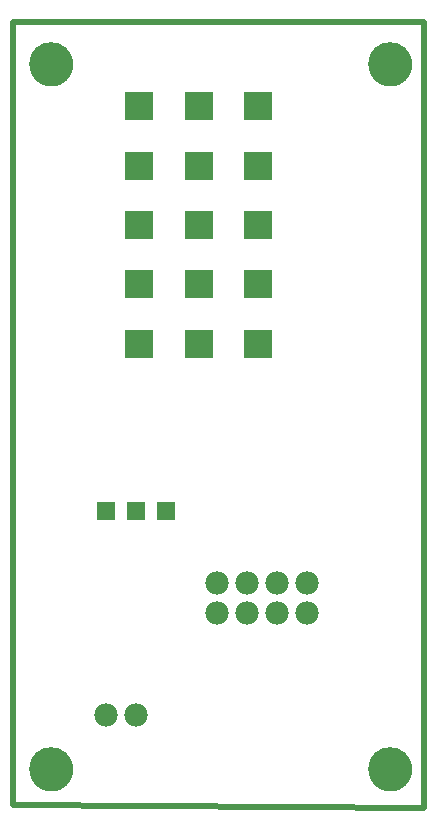
<source format=gbs>
G75*
%MOIN*%
%OFA0B0*%
%FSLAX25Y25*%
%IPPOS*%
%LPD*%
%AMOC8*
5,1,8,0,0,1.08239X$1,22.5*
%
%ADD10C,0.02000*%
%ADD11C,0.00000*%
%ADD12C,0.14573*%
%ADD13R,0.09700X0.09700*%
%ADD14C,0.07800*%
%ADD15R,0.05943X0.05943*%
D10*
X0002456Y0003000D02*
X0139456Y0002000D01*
X0139456Y0264000D01*
X0002456Y0264000D01*
X0002456Y0003000D01*
D11*
X0007869Y0015000D02*
X0007871Y0015174D01*
X0007878Y0015348D01*
X0007888Y0015521D01*
X0007903Y0015695D01*
X0007922Y0015868D01*
X0007946Y0016040D01*
X0007973Y0016212D01*
X0008005Y0016383D01*
X0008041Y0016553D01*
X0008081Y0016722D01*
X0008126Y0016890D01*
X0008174Y0017057D01*
X0008227Y0017223D01*
X0008283Y0017388D01*
X0008344Y0017551D01*
X0008408Y0017712D01*
X0008477Y0017872D01*
X0008549Y0018030D01*
X0008626Y0018186D01*
X0008706Y0018341D01*
X0008790Y0018493D01*
X0008877Y0018643D01*
X0008969Y0018792D01*
X0009063Y0018937D01*
X0009162Y0019081D01*
X0009264Y0019222D01*
X0009369Y0019360D01*
X0009478Y0019496D01*
X0009590Y0019629D01*
X0009705Y0019759D01*
X0009823Y0019887D01*
X0009945Y0020011D01*
X0010069Y0020133D01*
X0010197Y0020251D01*
X0010327Y0020366D01*
X0010460Y0020478D01*
X0010596Y0020587D01*
X0010734Y0020692D01*
X0010875Y0020794D01*
X0011019Y0020893D01*
X0011164Y0020987D01*
X0011313Y0021079D01*
X0011463Y0021166D01*
X0011615Y0021250D01*
X0011770Y0021330D01*
X0011926Y0021407D01*
X0012084Y0021479D01*
X0012244Y0021548D01*
X0012405Y0021612D01*
X0012568Y0021673D01*
X0012733Y0021729D01*
X0012899Y0021782D01*
X0013066Y0021830D01*
X0013234Y0021875D01*
X0013403Y0021915D01*
X0013573Y0021951D01*
X0013744Y0021983D01*
X0013916Y0022010D01*
X0014088Y0022034D01*
X0014261Y0022053D01*
X0014435Y0022068D01*
X0014608Y0022078D01*
X0014782Y0022085D01*
X0014956Y0022087D01*
X0015130Y0022085D01*
X0015304Y0022078D01*
X0015477Y0022068D01*
X0015651Y0022053D01*
X0015824Y0022034D01*
X0015996Y0022010D01*
X0016168Y0021983D01*
X0016339Y0021951D01*
X0016509Y0021915D01*
X0016678Y0021875D01*
X0016846Y0021830D01*
X0017013Y0021782D01*
X0017179Y0021729D01*
X0017344Y0021673D01*
X0017507Y0021612D01*
X0017668Y0021548D01*
X0017828Y0021479D01*
X0017986Y0021407D01*
X0018142Y0021330D01*
X0018297Y0021250D01*
X0018449Y0021166D01*
X0018599Y0021079D01*
X0018748Y0020987D01*
X0018893Y0020893D01*
X0019037Y0020794D01*
X0019178Y0020692D01*
X0019316Y0020587D01*
X0019452Y0020478D01*
X0019585Y0020366D01*
X0019715Y0020251D01*
X0019843Y0020133D01*
X0019967Y0020011D01*
X0020089Y0019887D01*
X0020207Y0019759D01*
X0020322Y0019629D01*
X0020434Y0019496D01*
X0020543Y0019360D01*
X0020648Y0019222D01*
X0020750Y0019081D01*
X0020849Y0018937D01*
X0020943Y0018792D01*
X0021035Y0018643D01*
X0021122Y0018493D01*
X0021206Y0018341D01*
X0021286Y0018186D01*
X0021363Y0018030D01*
X0021435Y0017872D01*
X0021504Y0017712D01*
X0021568Y0017551D01*
X0021629Y0017388D01*
X0021685Y0017223D01*
X0021738Y0017057D01*
X0021786Y0016890D01*
X0021831Y0016722D01*
X0021871Y0016553D01*
X0021907Y0016383D01*
X0021939Y0016212D01*
X0021966Y0016040D01*
X0021990Y0015868D01*
X0022009Y0015695D01*
X0022024Y0015521D01*
X0022034Y0015348D01*
X0022041Y0015174D01*
X0022043Y0015000D01*
X0022041Y0014826D01*
X0022034Y0014652D01*
X0022024Y0014479D01*
X0022009Y0014305D01*
X0021990Y0014132D01*
X0021966Y0013960D01*
X0021939Y0013788D01*
X0021907Y0013617D01*
X0021871Y0013447D01*
X0021831Y0013278D01*
X0021786Y0013110D01*
X0021738Y0012943D01*
X0021685Y0012777D01*
X0021629Y0012612D01*
X0021568Y0012449D01*
X0021504Y0012288D01*
X0021435Y0012128D01*
X0021363Y0011970D01*
X0021286Y0011814D01*
X0021206Y0011659D01*
X0021122Y0011507D01*
X0021035Y0011357D01*
X0020943Y0011208D01*
X0020849Y0011063D01*
X0020750Y0010919D01*
X0020648Y0010778D01*
X0020543Y0010640D01*
X0020434Y0010504D01*
X0020322Y0010371D01*
X0020207Y0010241D01*
X0020089Y0010113D01*
X0019967Y0009989D01*
X0019843Y0009867D01*
X0019715Y0009749D01*
X0019585Y0009634D01*
X0019452Y0009522D01*
X0019316Y0009413D01*
X0019178Y0009308D01*
X0019037Y0009206D01*
X0018893Y0009107D01*
X0018748Y0009013D01*
X0018599Y0008921D01*
X0018449Y0008834D01*
X0018297Y0008750D01*
X0018142Y0008670D01*
X0017986Y0008593D01*
X0017828Y0008521D01*
X0017668Y0008452D01*
X0017507Y0008388D01*
X0017344Y0008327D01*
X0017179Y0008271D01*
X0017013Y0008218D01*
X0016846Y0008170D01*
X0016678Y0008125D01*
X0016509Y0008085D01*
X0016339Y0008049D01*
X0016168Y0008017D01*
X0015996Y0007990D01*
X0015824Y0007966D01*
X0015651Y0007947D01*
X0015477Y0007932D01*
X0015304Y0007922D01*
X0015130Y0007915D01*
X0014956Y0007913D01*
X0014782Y0007915D01*
X0014608Y0007922D01*
X0014435Y0007932D01*
X0014261Y0007947D01*
X0014088Y0007966D01*
X0013916Y0007990D01*
X0013744Y0008017D01*
X0013573Y0008049D01*
X0013403Y0008085D01*
X0013234Y0008125D01*
X0013066Y0008170D01*
X0012899Y0008218D01*
X0012733Y0008271D01*
X0012568Y0008327D01*
X0012405Y0008388D01*
X0012244Y0008452D01*
X0012084Y0008521D01*
X0011926Y0008593D01*
X0011770Y0008670D01*
X0011615Y0008750D01*
X0011463Y0008834D01*
X0011313Y0008921D01*
X0011164Y0009013D01*
X0011019Y0009107D01*
X0010875Y0009206D01*
X0010734Y0009308D01*
X0010596Y0009413D01*
X0010460Y0009522D01*
X0010327Y0009634D01*
X0010197Y0009749D01*
X0010069Y0009867D01*
X0009945Y0009989D01*
X0009823Y0010113D01*
X0009705Y0010241D01*
X0009590Y0010371D01*
X0009478Y0010504D01*
X0009369Y0010640D01*
X0009264Y0010778D01*
X0009162Y0010919D01*
X0009063Y0011063D01*
X0008969Y0011208D01*
X0008877Y0011357D01*
X0008790Y0011507D01*
X0008706Y0011659D01*
X0008626Y0011814D01*
X0008549Y0011970D01*
X0008477Y0012128D01*
X0008408Y0012288D01*
X0008344Y0012449D01*
X0008283Y0012612D01*
X0008227Y0012777D01*
X0008174Y0012943D01*
X0008126Y0013110D01*
X0008081Y0013278D01*
X0008041Y0013447D01*
X0008005Y0013617D01*
X0007973Y0013788D01*
X0007946Y0013960D01*
X0007922Y0014132D01*
X0007903Y0014305D01*
X0007888Y0014479D01*
X0007878Y0014652D01*
X0007871Y0014826D01*
X0007869Y0015000D01*
X0120869Y0015000D02*
X0120871Y0015174D01*
X0120878Y0015348D01*
X0120888Y0015521D01*
X0120903Y0015695D01*
X0120922Y0015868D01*
X0120946Y0016040D01*
X0120973Y0016212D01*
X0121005Y0016383D01*
X0121041Y0016553D01*
X0121081Y0016722D01*
X0121126Y0016890D01*
X0121174Y0017057D01*
X0121227Y0017223D01*
X0121283Y0017388D01*
X0121344Y0017551D01*
X0121408Y0017712D01*
X0121477Y0017872D01*
X0121549Y0018030D01*
X0121626Y0018186D01*
X0121706Y0018341D01*
X0121790Y0018493D01*
X0121877Y0018643D01*
X0121969Y0018792D01*
X0122063Y0018937D01*
X0122162Y0019081D01*
X0122264Y0019222D01*
X0122369Y0019360D01*
X0122478Y0019496D01*
X0122590Y0019629D01*
X0122705Y0019759D01*
X0122823Y0019887D01*
X0122945Y0020011D01*
X0123069Y0020133D01*
X0123197Y0020251D01*
X0123327Y0020366D01*
X0123460Y0020478D01*
X0123596Y0020587D01*
X0123734Y0020692D01*
X0123875Y0020794D01*
X0124019Y0020893D01*
X0124164Y0020987D01*
X0124313Y0021079D01*
X0124463Y0021166D01*
X0124615Y0021250D01*
X0124770Y0021330D01*
X0124926Y0021407D01*
X0125084Y0021479D01*
X0125244Y0021548D01*
X0125405Y0021612D01*
X0125568Y0021673D01*
X0125733Y0021729D01*
X0125899Y0021782D01*
X0126066Y0021830D01*
X0126234Y0021875D01*
X0126403Y0021915D01*
X0126573Y0021951D01*
X0126744Y0021983D01*
X0126916Y0022010D01*
X0127088Y0022034D01*
X0127261Y0022053D01*
X0127435Y0022068D01*
X0127608Y0022078D01*
X0127782Y0022085D01*
X0127956Y0022087D01*
X0128130Y0022085D01*
X0128304Y0022078D01*
X0128477Y0022068D01*
X0128651Y0022053D01*
X0128824Y0022034D01*
X0128996Y0022010D01*
X0129168Y0021983D01*
X0129339Y0021951D01*
X0129509Y0021915D01*
X0129678Y0021875D01*
X0129846Y0021830D01*
X0130013Y0021782D01*
X0130179Y0021729D01*
X0130344Y0021673D01*
X0130507Y0021612D01*
X0130668Y0021548D01*
X0130828Y0021479D01*
X0130986Y0021407D01*
X0131142Y0021330D01*
X0131297Y0021250D01*
X0131449Y0021166D01*
X0131599Y0021079D01*
X0131748Y0020987D01*
X0131893Y0020893D01*
X0132037Y0020794D01*
X0132178Y0020692D01*
X0132316Y0020587D01*
X0132452Y0020478D01*
X0132585Y0020366D01*
X0132715Y0020251D01*
X0132843Y0020133D01*
X0132967Y0020011D01*
X0133089Y0019887D01*
X0133207Y0019759D01*
X0133322Y0019629D01*
X0133434Y0019496D01*
X0133543Y0019360D01*
X0133648Y0019222D01*
X0133750Y0019081D01*
X0133849Y0018937D01*
X0133943Y0018792D01*
X0134035Y0018643D01*
X0134122Y0018493D01*
X0134206Y0018341D01*
X0134286Y0018186D01*
X0134363Y0018030D01*
X0134435Y0017872D01*
X0134504Y0017712D01*
X0134568Y0017551D01*
X0134629Y0017388D01*
X0134685Y0017223D01*
X0134738Y0017057D01*
X0134786Y0016890D01*
X0134831Y0016722D01*
X0134871Y0016553D01*
X0134907Y0016383D01*
X0134939Y0016212D01*
X0134966Y0016040D01*
X0134990Y0015868D01*
X0135009Y0015695D01*
X0135024Y0015521D01*
X0135034Y0015348D01*
X0135041Y0015174D01*
X0135043Y0015000D01*
X0135041Y0014826D01*
X0135034Y0014652D01*
X0135024Y0014479D01*
X0135009Y0014305D01*
X0134990Y0014132D01*
X0134966Y0013960D01*
X0134939Y0013788D01*
X0134907Y0013617D01*
X0134871Y0013447D01*
X0134831Y0013278D01*
X0134786Y0013110D01*
X0134738Y0012943D01*
X0134685Y0012777D01*
X0134629Y0012612D01*
X0134568Y0012449D01*
X0134504Y0012288D01*
X0134435Y0012128D01*
X0134363Y0011970D01*
X0134286Y0011814D01*
X0134206Y0011659D01*
X0134122Y0011507D01*
X0134035Y0011357D01*
X0133943Y0011208D01*
X0133849Y0011063D01*
X0133750Y0010919D01*
X0133648Y0010778D01*
X0133543Y0010640D01*
X0133434Y0010504D01*
X0133322Y0010371D01*
X0133207Y0010241D01*
X0133089Y0010113D01*
X0132967Y0009989D01*
X0132843Y0009867D01*
X0132715Y0009749D01*
X0132585Y0009634D01*
X0132452Y0009522D01*
X0132316Y0009413D01*
X0132178Y0009308D01*
X0132037Y0009206D01*
X0131893Y0009107D01*
X0131748Y0009013D01*
X0131599Y0008921D01*
X0131449Y0008834D01*
X0131297Y0008750D01*
X0131142Y0008670D01*
X0130986Y0008593D01*
X0130828Y0008521D01*
X0130668Y0008452D01*
X0130507Y0008388D01*
X0130344Y0008327D01*
X0130179Y0008271D01*
X0130013Y0008218D01*
X0129846Y0008170D01*
X0129678Y0008125D01*
X0129509Y0008085D01*
X0129339Y0008049D01*
X0129168Y0008017D01*
X0128996Y0007990D01*
X0128824Y0007966D01*
X0128651Y0007947D01*
X0128477Y0007932D01*
X0128304Y0007922D01*
X0128130Y0007915D01*
X0127956Y0007913D01*
X0127782Y0007915D01*
X0127608Y0007922D01*
X0127435Y0007932D01*
X0127261Y0007947D01*
X0127088Y0007966D01*
X0126916Y0007990D01*
X0126744Y0008017D01*
X0126573Y0008049D01*
X0126403Y0008085D01*
X0126234Y0008125D01*
X0126066Y0008170D01*
X0125899Y0008218D01*
X0125733Y0008271D01*
X0125568Y0008327D01*
X0125405Y0008388D01*
X0125244Y0008452D01*
X0125084Y0008521D01*
X0124926Y0008593D01*
X0124770Y0008670D01*
X0124615Y0008750D01*
X0124463Y0008834D01*
X0124313Y0008921D01*
X0124164Y0009013D01*
X0124019Y0009107D01*
X0123875Y0009206D01*
X0123734Y0009308D01*
X0123596Y0009413D01*
X0123460Y0009522D01*
X0123327Y0009634D01*
X0123197Y0009749D01*
X0123069Y0009867D01*
X0122945Y0009989D01*
X0122823Y0010113D01*
X0122705Y0010241D01*
X0122590Y0010371D01*
X0122478Y0010504D01*
X0122369Y0010640D01*
X0122264Y0010778D01*
X0122162Y0010919D01*
X0122063Y0011063D01*
X0121969Y0011208D01*
X0121877Y0011357D01*
X0121790Y0011507D01*
X0121706Y0011659D01*
X0121626Y0011814D01*
X0121549Y0011970D01*
X0121477Y0012128D01*
X0121408Y0012288D01*
X0121344Y0012449D01*
X0121283Y0012612D01*
X0121227Y0012777D01*
X0121174Y0012943D01*
X0121126Y0013110D01*
X0121081Y0013278D01*
X0121041Y0013447D01*
X0121005Y0013617D01*
X0120973Y0013788D01*
X0120946Y0013960D01*
X0120922Y0014132D01*
X0120903Y0014305D01*
X0120888Y0014479D01*
X0120878Y0014652D01*
X0120871Y0014826D01*
X0120869Y0015000D01*
X0120869Y0250000D02*
X0120871Y0250174D01*
X0120878Y0250348D01*
X0120888Y0250521D01*
X0120903Y0250695D01*
X0120922Y0250868D01*
X0120946Y0251040D01*
X0120973Y0251212D01*
X0121005Y0251383D01*
X0121041Y0251553D01*
X0121081Y0251722D01*
X0121126Y0251890D01*
X0121174Y0252057D01*
X0121227Y0252223D01*
X0121283Y0252388D01*
X0121344Y0252551D01*
X0121408Y0252712D01*
X0121477Y0252872D01*
X0121549Y0253030D01*
X0121626Y0253186D01*
X0121706Y0253341D01*
X0121790Y0253493D01*
X0121877Y0253643D01*
X0121969Y0253792D01*
X0122063Y0253937D01*
X0122162Y0254081D01*
X0122264Y0254222D01*
X0122369Y0254360D01*
X0122478Y0254496D01*
X0122590Y0254629D01*
X0122705Y0254759D01*
X0122823Y0254887D01*
X0122945Y0255011D01*
X0123069Y0255133D01*
X0123197Y0255251D01*
X0123327Y0255366D01*
X0123460Y0255478D01*
X0123596Y0255587D01*
X0123734Y0255692D01*
X0123875Y0255794D01*
X0124019Y0255893D01*
X0124164Y0255987D01*
X0124313Y0256079D01*
X0124463Y0256166D01*
X0124615Y0256250D01*
X0124770Y0256330D01*
X0124926Y0256407D01*
X0125084Y0256479D01*
X0125244Y0256548D01*
X0125405Y0256612D01*
X0125568Y0256673D01*
X0125733Y0256729D01*
X0125899Y0256782D01*
X0126066Y0256830D01*
X0126234Y0256875D01*
X0126403Y0256915D01*
X0126573Y0256951D01*
X0126744Y0256983D01*
X0126916Y0257010D01*
X0127088Y0257034D01*
X0127261Y0257053D01*
X0127435Y0257068D01*
X0127608Y0257078D01*
X0127782Y0257085D01*
X0127956Y0257087D01*
X0128130Y0257085D01*
X0128304Y0257078D01*
X0128477Y0257068D01*
X0128651Y0257053D01*
X0128824Y0257034D01*
X0128996Y0257010D01*
X0129168Y0256983D01*
X0129339Y0256951D01*
X0129509Y0256915D01*
X0129678Y0256875D01*
X0129846Y0256830D01*
X0130013Y0256782D01*
X0130179Y0256729D01*
X0130344Y0256673D01*
X0130507Y0256612D01*
X0130668Y0256548D01*
X0130828Y0256479D01*
X0130986Y0256407D01*
X0131142Y0256330D01*
X0131297Y0256250D01*
X0131449Y0256166D01*
X0131599Y0256079D01*
X0131748Y0255987D01*
X0131893Y0255893D01*
X0132037Y0255794D01*
X0132178Y0255692D01*
X0132316Y0255587D01*
X0132452Y0255478D01*
X0132585Y0255366D01*
X0132715Y0255251D01*
X0132843Y0255133D01*
X0132967Y0255011D01*
X0133089Y0254887D01*
X0133207Y0254759D01*
X0133322Y0254629D01*
X0133434Y0254496D01*
X0133543Y0254360D01*
X0133648Y0254222D01*
X0133750Y0254081D01*
X0133849Y0253937D01*
X0133943Y0253792D01*
X0134035Y0253643D01*
X0134122Y0253493D01*
X0134206Y0253341D01*
X0134286Y0253186D01*
X0134363Y0253030D01*
X0134435Y0252872D01*
X0134504Y0252712D01*
X0134568Y0252551D01*
X0134629Y0252388D01*
X0134685Y0252223D01*
X0134738Y0252057D01*
X0134786Y0251890D01*
X0134831Y0251722D01*
X0134871Y0251553D01*
X0134907Y0251383D01*
X0134939Y0251212D01*
X0134966Y0251040D01*
X0134990Y0250868D01*
X0135009Y0250695D01*
X0135024Y0250521D01*
X0135034Y0250348D01*
X0135041Y0250174D01*
X0135043Y0250000D01*
X0135041Y0249826D01*
X0135034Y0249652D01*
X0135024Y0249479D01*
X0135009Y0249305D01*
X0134990Y0249132D01*
X0134966Y0248960D01*
X0134939Y0248788D01*
X0134907Y0248617D01*
X0134871Y0248447D01*
X0134831Y0248278D01*
X0134786Y0248110D01*
X0134738Y0247943D01*
X0134685Y0247777D01*
X0134629Y0247612D01*
X0134568Y0247449D01*
X0134504Y0247288D01*
X0134435Y0247128D01*
X0134363Y0246970D01*
X0134286Y0246814D01*
X0134206Y0246659D01*
X0134122Y0246507D01*
X0134035Y0246357D01*
X0133943Y0246208D01*
X0133849Y0246063D01*
X0133750Y0245919D01*
X0133648Y0245778D01*
X0133543Y0245640D01*
X0133434Y0245504D01*
X0133322Y0245371D01*
X0133207Y0245241D01*
X0133089Y0245113D01*
X0132967Y0244989D01*
X0132843Y0244867D01*
X0132715Y0244749D01*
X0132585Y0244634D01*
X0132452Y0244522D01*
X0132316Y0244413D01*
X0132178Y0244308D01*
X0132037Y0244206D01*
X0131893Y0244107D01*
X0131748Y0244013D01*
X0131599Y0243921D01*
X0131449Y0243834D01*
X0131297Y0243750D01*
X0131142Y0243670D01*
X0130986Y0243593D01*
X0130828Y0243521D01*
X0130668Y0243452D01*
X0130507Y0243388D01*
X0130344Y0243327D01*
X0130179Y0243271D01*
X0130013Y0243218D01*
X0129846Y0243170D01*
X0129678Y0243125D01*
X0129509Y0243085D01*
X0129339Y0243049D01*
X0129168Y0243017D01*
X0128996Y0242990D01*
X0128824Y0242966D01*
X0128651Y0242947D01*
X0128477Y0242932D01*
X0128304Y0242922D01*
X0128130Y0242915D01*
X0127956Y0242913D01*
X0127782Y0242915D01*
X0127608Y0242922D01*
X0127435Y0242932D01*
X0127261Y0242947D01*
X0127088Y0242966D01*
X0126916Y0242990D01*
X0126744Y0243017D01*
X0126573Y0243049D01*
X0126403Y0243085D01*
X0126234Y0243125D01*
X0126066Y0243170D01*
X0125899Y0243218D01*
X0125733Y0243271D01*
X0125568Y0243327D01*
X0125405Y0243388D01*
X0125244Y0243452D01*
X0125084Y0243521D01*
X0124926Y0243593D01*
X0124770Y0243670D01*
X0124615Y0243750D01*
X0124463Y0243834D01*
X0124313Y0243921D01*
X0124164Y0244013D01*
X0124019Y0244107D01*
X0123875Y0244206D01*
X0123734Y0244308D01*
X0123596Y0244413D01*
X0123460Y0244522D01*
X0123327Y0244634D01*
X0123197Y0244749D01*
X0123069Y0244867D01*
X0122945Y0244989D01*
X0122823Y0245113D01*
X0122705Y0245241D01*
X0122590Y0245371D01*
X0122478Y0245504D01*
X0122369Y0245640D01*
X0122264Y0245778D01*
X0122162Y0245919D01*
X0122063Y0246063D01*
X0121969Y0246208D01*
X0121877Y0246357D01*
X0121790Y0246507D01*
X0121706Y0246659D01*
X0121626Y0246814D01*
X0121549Y0246970D01*
X0121477Y0247128D01*
X0121408Y0247288D01*
X0121344Y0247449D01*
X0121283Y0247612D01*
X0121227Y0247777D01*
X0121174Y0247943D01*
X0121126Y0248110D01*
X0121081Y0248278D01*
X0121041Y0248447D01*
X0121005Y0248617D01*
X0120973Y0248788D01*
X0120946Y0248960D01*
X0120922Y0249132D01*
X0120903Y0249305D01*
X0120888Y0249479D01*
X0120878Y0249652D01*
X0120871Y0249826D01*
X0120869Y0250000D01*
X0007869Y0250000D02*
X0007871Y0250174D01*
X0007878Y0250348D01*
X0007888Y0250521D01*
X0007903Y0250695D01*
X0007922Y0250868D01*
X0007946Y0251040D01*
X0007973Y0251212D01*
X0008005Y0251383D01*
X0008041Y0251553D01*
X0008081Y0251722D01*
X0008126Y0251890D01*
X0008174Y0252057D01*
X0008227Y0252223D01*
X0008283Y0252388D01*
X0008344Y0252551D01*
X0008408Y0252712D01*
X0008477Y0252872D01*
X0008549Y0253030D01*
X0008626Y0253186D01*
X0008706Y0253341D01*
X0008790Y0253493D01*
X0008877Y0253643D01*
X0008969Y0253792D01*
X0009063Y0253937D01*
X0009162Y0254081D01*
X0009264Y0254222D01*
X0009369Y0254360D01*
X0009478Y0254496D01*
X0009590Y0254629D01*
X0009705Y0254759D01*
X0009823Y0254887D01*
X0009945Y0255011D01*
X0010069Y0255133D01*
X0010197Y0255251D01*
X0010327Y0255366D01*
X0010460Y0255478D01*
X0010596Y0255587D01*
X0010734Y0255692D01*
X0010875Y0255794D01*
X0011019Y0255893D01*
X0011164Y0255987D01*
X0011313Y0256079D01*
X0011463Y0256166D01*
X0011615Y0256250D01*
X0011770Y0256330D01*
X0011926Y0256407D01*
X0012084Y0256479D01*
X0012244Y0256548D01*
X0012405Y0256612D01*
X0012568Y0256673D01*
X0012733Y0256729D01*
X0012899Y0256782D01*
X0013066Y0256830D01*
X0013234Y0256875D01*
X0013403Y0256915D01*
X0013573Y0256951D01*
X0013744Y0256983D01*
X0013916Y0257010D01*
X0014088Y0257034D01*
X0014261Y0257053D01*
X0014435Y0257068D01*
X0014608Y0257078D01*
X0014782Y0257085D01*
X0014956Y0257087D01*
X0015130Y0257085D01*
X0015304Y0257078D01*
X0015477Y0257068D01*
X0015651Y0257053D01*
X0015824Y0257034D01*
X0015996Y0257010D01*
X0016168Y0256983D01*
X0016339Y0256951D01*
X0016509Y0256915D01*
X0016678Y0256875D01*
X0016846Y0256830D01*
X0017013Y0256782D01*
X0017179Y0256729D01*
X0017344Y0256673D01*
X0017507Y0256612D01*
X0017668Y0256548D01*
X0017828Y0256479D01*
X0017986Y0256407D01*
X0018142Y0256330D01*
X0018297Y0256250D01*
X0018449Y0256166D01*
X0018599Y0256079D01*
X0018748Y0255987D01*
X0018893Y0255893D01*
X0019037Y0255794D01*
X0019178Y0255692D01*
X0019316Y0255587D01*
X0019452Y0255478D01*
X0019585Y0255366D01*
X0019715Y0255251D01*
X0019843Y0255133D01*
X0019967Y0255011D01*
X0020089Y0254887D01*
X0020207Y0254759D01*
X0020322Y0254629D01*
X0020434Y0254496D01*
X0020543Y0254360D01*
X0020648Y0254222D01*
X0020750Y0254081D01*
X0020849Y0253937D01*
X0020943Y0253792D01*
X0021035Y0253643D01*
X0021122Y0253493D01*
X0021206Y0253341D01*
X0021286Y0253186D01*
X0021363Y0253030D01*
X0021435Y0252872D01*
X0021504Y0252712D01*
X0021568Y0252551D01*
X0021629Y0252388D01*
X0021685Y0252223D01*
X0021738Y0252057D01*
X0021786Y0251890D01*
X0021831Y0251722D01*
X0021871Y0251553D01*
X0021907Y0251383D01*
X0021939Y0251212D01*
X0021966Y0251040D01*
X0021990Y0250868D01*
X0022009Y0250695D01*
X0022024Y0250521D01*
X0022034Y0250348D01*
X0022041Y0250174D01*
X0022043Y0250000D01*
X0022041Y0249826D01*
X0022034Y0249652D01*
X0022024Y0249479D01*
X0022009Y0249305D01*
X0021990Y0249132D01*
X0021966Y0248960D01*
X0021939Y0248788D01*
X0021907Y0248617D01*
X0021871Y0248447D01*
X0021831Y0248278D01*
X0021786Y0248110D01*
X0021738Y0247943D01*
X0021685Y0247777D01*
X0021629Y0247612D01*
X0021568Y0247449D01*
X0021504Y0247288D01*
X0021435Y0247128D01*
X0021363Y0246970D01*
X0021286Y0246814D01*
X0021206Y0246659D01*
X0021122Y0246507D01*
X0021035Y0246357D01*
X0020943Y0246208D01*
X0020849Y0246063D01*
X0020750Y0245919D01*
X0020648Y0245778D01*
X0020543Y0245640D01*
X0020434Y0245504D01*
X0020322Y0245371D01*
X0020207Y0245241D01*
X0020089Y0245113D01*
X0019967Y0244989D01*
X0019843Y0244867D01*
X0019715Y0244749D01*
X0019585Y0244634D01*
X0019452Y0244522D01*
X0019316Y0244413D01*
X0019178Y0244308D01*
X0019037Y0244206D01*
X0018893Y0244107D01*
X0018748Y0244013D01*
X0018599Y0243921D01*
X0018449Y0243834D01*
X0018297Y0243750D01*
X0018142Y0243670D01*
X0017986Y0243593D01*
X0017828Y0243521D01*
X0017668Y0243452D01*
X0017507Y0243388D01*
X0017344Y0243327D01*
X0017179Y0243271D01*
X0017013Y0243218D01*
X0016846Y0243170D01*
X0016678Y0243125D01*
X0016509Y0243085D01*
X0016339Y0243049D01*
X0016168Y0243017D01*
X0015996Y0242990D01*
X0015824Y0242966D01*
X0015651Y0242947D01*
X0015477Y0242932D01*
X0015304Y0242922D01*
X0015130Y0242915D01*
X0014956Y0242913D01*
X0014782Y0242915D01*
X0014608Y0242922D01*
X0014435Y0242932D01*
X0014261Y0242947D01*
X0014088Y0242966D01*
X0013916Y0242990D01*
X0013744Y0243017D01*
X0013573Y0243049D01*
X0013403Y0243085D01*
X0013234Y0243125D01*
X0013066Y0243170D01*
X0012899Y0243218D01*
X0012733Y0243271D01*
X0012568Y0243327D01*
X0012405Y0243388D01*
X0012244Y0243452D01*
X0012084Y0243521D01*
X0011926Y0243593D01*
X0011770Y0243670D01*
X0011615Y0243750D01*
X0011463Y0243834D01*
X0011313Y0243921D01*
X0011164Y0244013D01*
X0011019Y0244107D01*
X0010875Y0244206D01*
X0010734Y0244308D01*
X0010596Y0244413D01*
X0010460Y0244522D01*
X0010327Y0244634D01*
X0010197Y0244749D01*
X0010069Y0244867D01*
X0009945Y0244989D01*
X0009823Y0245113D01*
X0009705Y0245241D01*
X0009590Y0245371D01*
X0009478Y0245504D01*
X0009369Y0245640D01*
X0009264Y0245778D01*
X0009162Y0245919D01*
X0009063Y0246063D01*
X0008969Y0246208D01*
X0008877Y0246357D01*
X0008790Y0246507D01*
X0008706Y0246659D01*
X0008626Y0246814D01*
X0008549Y0246970D01*
X0008477Y0247128D01*
X0008408Y0247288D01*
X0008344Y0247449D01*
X0008283Y0247612D01*
X0008227Y0247777D01*
X0008174Y0247943D01*
X0008126Y0248110D01*
X0008081Y0248278D01*
X0008041Y0248447D01*
X0008005Y0248617D01*
X0007973Y0248788D01*
X0007946Y0248960D01*
X0007922Y0249132D01*
X0007903Y0249305D01*
X0007888Y0249479D01*
X0007878Y0249652D01*
X0007871Y0249826D01*
X0007869Y0250000D01*
D12*
X0014956Y0250000D03*
X0127956Y0250000D03*
X0127956Y0015000D03*
X0014956Y0015000D03*
D13*
X0044456Y0156800D03*
X0044456Y0176600D03*
X0044456Y0196400D03*
X0044456Y0216200D03*
X0044456Y0236000D03*
X0064256Y0236000D03*
X0064256Y0216200D03*
X0064256Y0196400D03*
X0064256Y0176600D03*
X0064256Y0156800D03*
X0084056Y0156800D03*
X0084056Y0176600D03*
X0084056Y0196400D03*
X0084056Y0216200D03*
X0084056Y0236000D03*
D14*
X0080456Y0077000D03*
X0080456Y0067000D03*
X0090456Y0067000D03*
X0090456Y0077000D03*
X0100456Y0077000D03*
X0100456Y0067000D03*
X0070456Y0067000D03*
X0070456Y0077000D03*
X0043456Y0033000D03*
X0033456Y0033000D03*
D15*
X0033456Y0101000D03*
X0043456Y0101000D03*
X0053456Y0101000D03*
M02*

</source>
